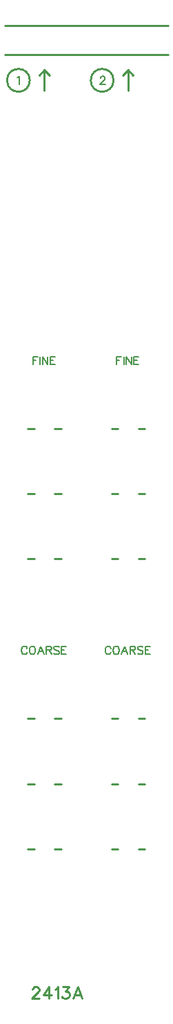
<source format=gto>
G04 Layer: TopSilkscreenLayer*
G04 EasyEDA v6.5.34, 2023-08-21 18:11:39*
G04 9e413db91f2042faab6937f58170d6bc,5a6b42c53f6a479593ecc07194224c93,10*
G04 Gerber Generator version 0.2*
G04 Scale: 100 percent, Rotated: No, Reflected: No *
G04 Dimensions in millimeters *
G04 leading zeros omitted , absolute positions ,4 integer and 5 decimal *
%FSLAX45Y45*%
%MOMM*%

%ADD10C,0.2540*%
%ADD11C,0.2032*%
%ADD12C,0.1524*%

%LPD*%
D10*
X349757Y384047D02*
G01*
X349757Y390905D01*
X356615Y404368D01*
X363473Y411226D01*
X376936Y418084D01*
X404368Y418084D01*
X417829Y411226D01*
X424687Y404368D01*
X431545Y390905D01*
X431545Y377189D01*
X424687Y363473D01*
X410971Y343154D01*
X342900Y274828D01*
X438404Y274828D01*
X551434Y418084D02*
G01*
X483362Y322579D01*
X585723Y322579D01*
X551434Y418084D02*
G01*
X551434Y274828D01*
X630681Y390905D02*
G01*
X644144Y397510D01*
X664718Y418084D01*
X664718Y274828D01*
X723391Y418084D02*
G01*
X798322Y418084D01*
X757427Y363473D01*
X778002Y363473D01*
X791463Y356615D01*
X798322Y349757D01*
X805179Y329437D01*
X805179Y315721D01*
X798322Y295402D01*
X784606Y281686D01*
X764286Y274828D01*
X743711Y274828D01*
X723391Y281686D01*
X716534Y288544D01*
X709675Y302260D01*
X904747Y418084D02*
G01*
X850138Y274828D01*
X904747Y418084D02*
G01*
X959358Y274828D01*
X870711Y322579D02*
G01*
X938784Y322579D01*
D11*
X165100Y11550904D02*
G01*
X174244Y11555476D01*
X187705Y11568937D01*
X187705Y11473434D01*
X1185672Y11546331D02*
G01*
X1185672Y11550904D01*
X1190243Y11559794D01*
X1194815Y11564365D01*
X1203706Y11568937D01*
X1221993Y11568937D01*
X1231138Y11564365D01*
X1235709Y11559794D01*
X1240281Y11550904D01*
X1240281Y11541760D01*
X1235709Y11532615D01*
X1226565Y11518900D01*
X1181100Y11473434D01*
X1244854Y11473434D01*
D12*
X355600Y8136432D02*
G01*
X355600Y8040928D01*
X355600Y8136432D02*
G01*
X414781Y8136432D01*
X355600Y8090966D02*
G01*
X391921Y8090966D01*
X444754Y8136432D02*
G01*
X444754Y8040928D01*
X474726Y8136432D02*
G01*
X474726Y8040928D01*
X474726Y8136432D02*
G01*
X538226Y8040928D01*
X538226Y8136432D02*
G01*
X538226Y8040928D01*
X568452Y8136432D02*
G01*
X568452Y8040928D01*
X568452Y8136432D02*
G01*
X627379Y8136432D01*
X568452Y8090966D02*
G01*
X604773Y8090966D01*
X568452Y8040928D02*
G01*
X627379Y8040928D01*
X1384300Y8136432D02*
G01*
X1384300Y8040928D01*
X1384300Y8136432D02*
G01*
X1443481Y8136432D01*
X1384300Y8090966D02*
G01*
X1420622Y8090966D01*
X1473454Y8136432D02*
G01*
X1473454Y8040928D01*
X1503425Y8136432D02*
G01*
X1503425Y8040928D01*
X1503425Y8136432D02*
G01*
X1566925Y8040928D01*
X1566925Y8136432D02*
G01*
X1566925Y8040928D01*
X1597152Y8136432D02*
G01*
X1597152Y8040928D01*
X1597152Y8136432D02*
G01*
X1656079Y8136432D01*
X1597152Y8090966D02*
G01*
X1633474Y8090966D01*
X1597152Y8040928D02*
G01*
X1656079Y8040928D01*
X283971Y4564684D02*
G01*
X279654Y4573828D01*
X270510Y4582972D01*
X261365Y4587544D01*
X243078Y4587544D01*
X234187Y4582972D01*
X225044Y4573828D01*
X220471Y4564684D01*
X215900Y4551222D01*
X215900Y4528362D01*
X220471Y4514900D01*
X225044Y4505756D01*
X234187Y4496612D01*
X243078Y4492040D01*
X261365Y4492040D01*
X270510Y4496612D01*
X279654Y4505756D01*
X283971Y4514900D01*
X341376Y4587544D02*
G01*
X332231Y4582972D01*
X323087Y4573828D01*
X318515Y4564684D01*
X314197Y4551222D01*
X314197Y4528362D01*
X318515Y4514900D01*
X323087Y4505756D01*
X332231Y4496612D01*
X341376Y4492040D01*
X359410Y4492040D01*
X368554Y4496612D01*
X377697Y4505756D01*
X382270Y4514900D01*
X386842Y4528362D01*
X386842Y4551222D01*
X382270Y4564684D01*
X377697Y4573828D01*
X368554Y4582972D01*
X359410Y4587544D01*
X341376Y4587544D01*
X453136Y4587544D02*
G01*
X416813Y4492040D01*
X453136Y4587544D02*
G01*
X489457Y4492040D01*
X430529Y4523790D02*
G01*
X475995Y4523790D01*
X519429Y4587544D02*
G01*
X519429Y4492040D01*
X519429Y4587544D02*
G01*
X560323Y4587544D01*
X574039Y4582972D01*
X578612Y4578400D01*
X583184Y4569256D01*
X583184Y4560366D01*
X578612Y4551222D01*
X574039Y4546650D01*
X560323Y4542078D01*
X519429Y4542078D01*
X551434Y4542078D02*
G01*
X583184Y4492040D01*
X676909Y4573828D02*
G01*
X667765Y4582972D01*
X654050Y4587544D01*
X636015Y4587544D01*
X622300Y4582972D01*
X613155Y4573828D01*
X613155Y4564684D01*
X617728Y4555794D01*
X622300Y4551222D01*
X631444Y4546650D01*
X658621Y4537506D01*
X667765Y4532934D01*
X672338Y4528362D01*
X676909Y4519218D01*
X676909Y4505756D01*
X667765Y4496612D01*
X654050Y4492040D01*
X636015Y4492040D01*
X622300Y4496612D01*
X613155Y4505756D01*
X706881Y4587544D02*
G01*
X706881Y4492040D01*
X706881Y4587544D02*
G01*
X765809Y4587544D01*
X706881Y4542078D02*
G01*
X743204Y4542078D01*
X706881Y4492040D02*
G01*
X765809Y4492040D01*
X1312672Y4564684D02*
G01*
X1308354Y4573828D01*
X1299209Y4582972D01*
X1290065Y4587544D01*
X1271777Y4587544D01*
X1262888Y4582972D01*
X1253743Y4573828D01*
X1249172Y4564684D01*
X1244600Y4551222D01*
X1244600Y4528362D01*
X1249172Y4514900D01*
X1253743Y4505756D01*
X1262888Y4496612D01*
X1271777Y4492040D01*
X1290065Y4492040D01*
X1299209Y4496612D01*
X1308354Y4505756D01*
X1312672Y4514900D01*
X1370075Y4587544D02*
G01*
X1360931Y4582972D01*
X1351788Y4573828D01*
X1347215Y4564684D01*
X1342897Y4551222D01*
X1342897Y4528362D01*
X1347215Y4514900D01*
X1351788Y4505756D01*
X1360931Y4496612D01*
X1370075Y4492040D01*
X1388109Y4492040D01*
X1397254Y4496612D01*
X1406397Y4505756D01*
X1410970Y4514900D01*
X1415541Y4528362D01*
X1415541Y4551222D01*
X1410970Y4564684D01*
X1406397Y4573828D01*
X1397254Y4582972D01*
X1388109Y4587544D01*
X1370075Y4587544D01*
X1481836Y4587544D02*
G01*
X1445513Y4492040D01*
X1481836Y4587544D02*
G01*
X1518158Y4492040D01*
X1459229Y4523790D02*
G01*
X1504695Y4523790D01*
X1548129Y4587544D02*
G01*
X1548129Y4492040D01*
X1548129Y4587544D02*
G01*
X1589024Y4587544D01*
X1602740Y4582972D01*
X1607311Y4578400D01*
X1611884Y4569256D01*
X1611884Y4560366D01*
X1607311Y4551222D01*
X1602740Y4546650D01*
X1589024Y4542078D01*
X1548129Y4542078D01*
X1580134Y4542078D02*
G01*
X1611884Y4492040D01*
X1705609Y4573828D02*
G01*
X1696465Y4582972D01*
X1682750Y4587544D01*
X1664715Y4587544D01*
X1651000Y4582972D01*
X1641856Y4573828D01*
X1641856Y4564684D01*
X1646427Y4555794D01*
X1651000Y4551222D01*
X1660143Y4546650D01*
X1687322Y4537506D01*
X1696465Y4532934D01*
X1701038Y4528362D01*
X1705609Y4519218D01*
X1705609Y4505756D01*
X1696465Y4496612D01*
X1682750Y4492040D01*
X1664715Y4492040D01*
X1651000Y4496612D01*
X1641856Y4505756D01*
X1735581Y4587544D02*
G01*
X1735581Y4492040D01*
X1735581Y4587544D02*
G01*
X1794509Y4587544D01*
X1735581Y4542078D02*
G01*
X1771904Y4542078D01*
X1735581Y4492040D02*
G01*
X1794509Y4492040D01*
D10*
X1523900Y11391900D02*
G01*
X1523900Y11645900D01*
X1523900Y11645900D02*
G01*
X1587400Y11582400D01*
X1523900Y11645900D02*
G01*
X1460400Y11582400D01*
X495200Y11391900D02*
G01*
X495200Y11645900D01*
X495200Y11645900D02*
G01*
X558700Y11582400D01*
X495200Y11645900D02*
G01*
X431700Y11582400D01*
X1651000Y7256487D02*
G01*
X1730994Y7256492D01*
X1651000Y6456486D02*
G01*
X1730994Y6456492D01*
X1651000Y5659381D02*
G01*
X1730994Y5659394D01*
X1320998Y5659381D02*
G01*
X1400992Y5659394D01*
X1320998Y6456486D02*
G01*
X1400992Y6456492D01*
X1320998Y7256487D02*
G01*
X1400992Y7256492D01*
X1651000Y3703990D02*
G01*
X1730994Y3704003D01*
X1651000Y2903984D02*
G01*
X1730994Y2904002D01*
X1651000Y2106879D02*
G01*
X1730994Y2106891D01*
X1320998Y2106884D02*
G01*
X1400992Y2106896D01*
X1320998Y2903984D02*
G01*
X1400992Y2904002D01*
X1320998Y3703990D02*
G01*
X1400992Y3704003D01*
X622300Y7256487D02*
G01*
X702294Y7256492D01*
X622300Y6456486D02*
G01*
X702294Y6456492D01*
X622300Y5659381D02*
G01*
X702294Y5659394D01*
X292298Y5659381D02*
G01*
X372292Y5659394D01*
X292298Y6456486D02*
G01*
X372292Y6456492D01*
X292298Y7256487D02*
G01*
X372292Y7256492D01*
X622300Y3703990D02*
G01*
X702294Y3704003D01*
X622300Y2903984D02*
G01*
X702294Y2904002D01*
X622300Y2106879D02*
G01*
X702294Y2106891D01*
X292298Y2106884D02*
G01*
X372292Y2106896D01*
X292298Y2903984D02*
G01*
X372292Y2904002D01*
X292298Y3703990D02*
G01*
X372292Y3704003D01*
X2015070Y12192000D02*
G01*
X15069Y12192000D01*
X2015070Y11836400D02*
G01*
X15069Y11836400D01*
G75*
G01
X317500Y11518900D02*
G03X317500Y11518900I-139700J0D01*
G75*
G01
X1346200Y11518900D02*
G03X1346200Y11518900I-139700J0D01*
M02*

</source>
